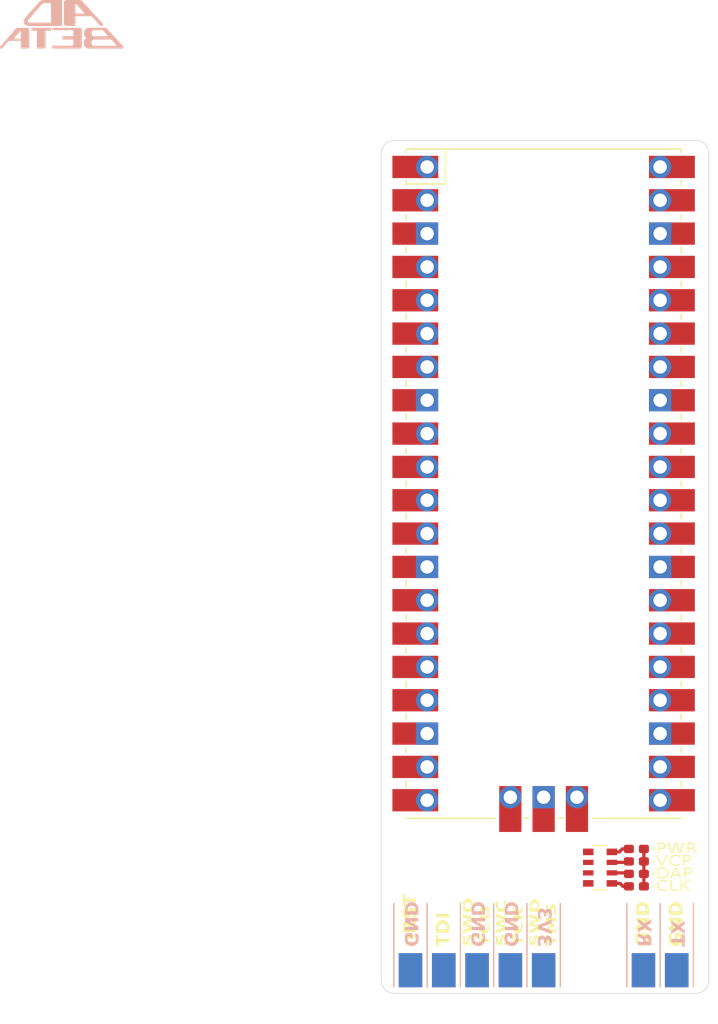
<source format=kicad_pcb>
(kicad_pcb (version 20240108) (generator "pcbnew") (generator_version "8.0")
  (title_block (title "Pico-DAP-Fullsize") (date "2024-11-23") (rev "MkI") (company "ADBeta") (comment 1 "Pico-DAP compatable circuit for the Official Pi Pico"))
  (layers (0 "F.Cu" signal) (31 "B.Cu" signal) (34 "B.Paste" user) (35 "F.Paste" user) (36 "B.SilkS" user "B.Silkscreen") (37 "F.SilkS" user "F.Silkscreen") (38 "B.Mask" user) (39 "F.Mask" user) (44 "Edge.Cuts" user))
  (net 0 "")
  (net 1 "Net-(D1-A)")
  (net 2 "GND")
  (net 3 "Net-(D2-A)")
  (net 4 "Net-(D3-A)")
  (net 5 "Net-(D4-A)")
  (net 6 "/3V3")
  (net 7 "/SWC{slash}TCK")
  (net 8 "/nRESET")
  (net 9 "/SWO{slash}TDO")
  (net 10 "/SWD{slash}TMS")
  (net 11 "/TDI")
  (net 13 "/TX")
  (net 14 "/RX")
  (net 15 "/5V")
  (net 16 "/DAP_STAT")
  (net 17 "/VCP_STAT")
  (footprint "LED_SMD:LED_0402_1005Metric_Pad0.77x0.64mm_HandSolder" (layer "F.Cu") (at 134.9695 125.342 180)
    (property "Reference" "D4" (hide yes))
    (property "Value" "SWCLK" (hide yes))
  )
  (footprint "Footprints:Conn_2x2_Dual_Side" (layer "F.Cu") (at 135.51 131.734 90)
    (property "Reference" "J2" (hide yes))
    (property "Value" "CONN_UART")
  )
  (footprint "LED_SMD:LED_0402_1005Metric_Pad0.77x0.64mm_HandSolder" (layer "F.Cu") (at 134.969501 122.492 180)
    (property "Reference" "D1" (hide yes))
    (property "Value" "PWR" (hide yes))
  )
  (footprint "LED_SMD:LED_0402_1005Metric_Pad0.77x0.64mm_HandSolder" (layer "F.Cu") (at 134.969501 123.442001 180)
    (property "Reference" "D2" (hide yes))
    (property "Value" "VCP_STATUS" (hide yes))
  )
  (footprint "Footprints:RPi_Pico_SMD_TH" (layer "F.Cu") (at 127.89 94.65)
    (property "Reference" "U1" (hide yes))
    (property "Value" "Pico")
  )
  (footprint "Resistor_SMD:R_Array_Convex_4x0603" (layer "F.Cu") (at 132.197 123.917)
    (property "Reference" "RN1" (hide yes))
    (property "Value" "3K3")
  )
  (footprint "LED_SMD:LED_0402_1005Metric_Pad0.77x0.64mm_HandSolder" (layer "F.Cu") (at 134.969502 124.392 180)
    (property "Reference" "D3" (hide yes))
    (property "Value" "DAP_STATUS" (hide yes))
  )
  (footprint "Footprints:Conn_2x5_Dual_Side" (layer "B.Cu") (at 127.89 131.734 90)
    (property "Reference" "J1" (hide yes))
    (property "Value" "CONN_PROG")
  )
  (gr_line (start 136.78 133.004) (end 136.78 126.654) (stroke (width 0.1)) (layer "B.SilkS"))
  (gr_line (start 139.32 133) (end 139.32 126.654) (stroke (width 0.1)) (layer "B.SilkS"))
  (gr_line (start 116.46 133) (end 116.46 126.654) (stroke (width 0.1)) (layer "B.SilkS"))
  (gr_line (start 134.24 133.004) (end 134.24 126.654) (stroke (width 0.1)) (layer "B.SilkS"))
  (gr_line (start 119 133.004) (end 119 126.654) (stroke (width 0.1)) (layer "B.SilkS"))
  (gr_line (start 126.62 133.004) (end 126.62 126.654) (stroke (width 0.1)) (layer "B.SilkS"))
  (gr_poly (pts (xy 89.835479 57.798343) (xy 89.776337 57.799323) (xy 89.749212 57.800527) (xy 89.723611 57.802211) (xy 89.699457 57.804376) (xy 89.67667 57.807027) (xy 89.655172 57.810165) (xy 89.634883 57.813794) (xy 89.615724 57.817915) (xy 89.597617 57.822532) (xy 89.580483 57.827646) (xy 89.564243 57.833262) (xy 89.548818 57.83938) (xy 89.534128 57.846005) (xy 89.520096 57.853138) (xy 89.506642 57.860783) (xy 89.493688 57.868941) (xy 89.481154 57.877615) (xy 89.468961 57.886809) (xy 89.457032 57.896525) (xy 89.433644 57.917531) (xy 89.410361 57.940656) (xy 89.38655 57.965921) (xy 89.36158 57.993346) (xy 89.30564 58.054762) (xy 88.372053 59.097127) (xy 88.33794 59.138846) (xy 88.308276 59.17927) (xy 88.282881 59.218399) (xy 88.261576 59.256229) (xy 88.244178 59.29276) (xy 88.230508 59.327988) (xy 88.220385 59.361912) (xy 88.213629 59.39453) (xy 88.210058 59.425839) (xy 88.209492 59.455839) (xy 88.211751 59.484526) (xy 88.216653 59.511899) (xy 88.224019 59.537956) (xy 88.233668 59.562695) (xy 88.245418 59.586114) (xy 88.25909 59.60821) (xy 88.274503 59.628982) (xy 88.291476 59.648428) (xy 88.309829 59.666545) (xy 88.329381 59.683333) (xy 88.349951 59.698788) (xy 88.371359 59.712909) (xy 88.393424 59.725693) (xy 88.415965 59.737139) (xy 88.438803 59.747245) (xy 88.461756 59.756009) (xy 88.484644 59.763428) (xy 88.507285 59.769501) (xy 88.529501 59.774226) (xy 88.551109 59.7776) (xy 88.571929 59.779622) (xy 88.591782 59.780289) (xy 89.428113 59.784113) (xy 91.030392 59.779979) (xy 91.039234 59.779769) (xy 91.04766 59.779219) (xy 91.055677 59.778335) (xy 91.063297 59.777119) (xy 91.070528 59.775576) (xy 91.077381 59.77371) (xy 91.083865 59.771524) (xy 91.08999 59.769023) (xy 91.095765 59.76621) (xy 91.101201 59.76309) (xy 91.106308 59.759665) (xy 91.111093 59.755941) (xy 91.115569 59.751922) (xy 91.119743 59.74761) (xy 91.123627 59.74301) (xy 91.127229 59.738126) (xy 91.130559 59.732961) (xy 91.133628 59.727521) (xy 91.136444 59.721808) (xy 91.139018 59.715826) (xy 91.143476 59.703074) (xy 91.147081 59.689294) (xy 91.14991 59.67452) (xy 91.152041 59.658781) (xy 91.153551 59.642109) (xy 91.154519 59.624537) (xy 91.154124 59.509505) (xy 90.302323 59.509505) (xy 88.654001 59.515703) (xy 88.644879 59.515114) (xy 88.636033 59.513973) (xy 88.627477 59.5123) (xy 88.619223 59.510114) (xy 88.611287 59.507437) (xy 88.60368 59.504287) (xy 88.596416 59.500686) (xy 88.589509 59.496653) (xy 88.582973 59.492208) (xy 88.576821 59.487371) (xy 88.571065 59.482162) (xy 88.565721 59.476603) (xy 88.560801 59.470711) (xy 88.556318 59.464508) (xy 88.552287 59.458014) (xy 88.54872 59.451249) (xy 88.545632 59.444232) (xy 88.543035 59.436984) (xy 88.540943 59.429525) (xy 88.53937 59.421875) (xy 88.538329 59.414055) (xy 88.537833 59.406083) (xy 88.537896 59.39798) (xy 88.538532 59.389767) (xy 88.539753 59.381463) (xy 88.541574 59.373089) (xy 88.544008 59.364664) (xy 88.547068 59.356209) (xy 88.550768 59.347743) (xy 88.555121 59.339287) (xy 88.560141 59.330861) (xy 88.565841 59.322485) (xy 89.54697 58.192166) (xy 89.570759 58.166205) (xy 89.594425 58.143267) (xy 89.618109 58.123167) (xy 89.641955 58.105721) (xy 89.666105 58.090742) (xy 89.690704 58.078046) (xy 89.715893 58.067446) (xy 89.741817 58.058759) (xy 89.768617 58.051798) (xy 89.796437 58.046378) (xy 89.825419 58.042314) (xy 89.855708 58.03942) (xy 89.887446 58.037512) (xy 89.920775 58.036404) (xy 89.992782 58.035845) (xy 90.297 58.039) (xy 90.302323 59.509505) (xy 91.154124 59.509505) (xy 91.14837 57.833897) (xy 91.148415 57.818118) (xy 91.148314 57.814866) (xy 91.148223 57.813345) (xy 91.148099 57.811893) (xy 91.147938 57.810512) (xy 91.147735 57.8092) (xy 91.147485 57.807958) (xy 91.147186 57.806787) (xy 91.146832 57.805686) (xy 91.146419 57.804655) (xy 91.145942 57.803695) (xy 91.145397 57.802806) (xy 91.144781 57.801987) (xy 91.144087 57.801239) (xy 91.143313 57.800561) (xy 91.142454 57.799955) (xy 91.141505 57.79942) (xy 91.140462 57.798956) (xy 91.139321 57.798563) (xy 91.138077 57.798242) (xy 91.136726 57.797992) (xy 91.135264 57.797813) (xy 91.133686 57.797707) (xy 91.131988 57.797672)) (stroke (width -0.000001)) (fill solid) (layer "B.SilkS"))
  (gr_line (start 129.16 133.004) (end 129.16 126.654) (stroke (width 0.1)) (layer "B.SilkS"))
  (gr_poly (pts (xy 90.418954 59.916179) (xy 90.417735 59.916275) (xy 90.416541 59.916435) (xy 90.415372 59.916657) (xy 90.41423 59.91694) (xy 90.413116 59.917285) (xy 90.412031 59.91769) (xy 90.410976 59.918153) (xy 90.409951 59.918675) (xy 90.408959 59.919255) (xy 90.407999 59.919892) (xy 90.407074 59.920584) (xy 90.406184 59.921331) (xy 90.40533 59.922133) (xy 90.404512 59.922989) (xy 90.403733 59.923897) (xy 90.402994 59.924857) (xy 90.402294 59.925868) (xy 90.401636 59.926929) (xy 90.40102 59.92804) (xy 90.400447 59.929199) (xy 90.399919 59.930406) (xy 90.399436 59.931661) (xy 90.399 59.932961) (xy 90.398611 59.934307) (xy 90.398271 59.935697) (xy 90.397739 59.938608) (xy 90.397415 59.941688) (xy 90.397304 59.94493) (xy 90.397304 60.079961) (xy 90.397332 60.081394) (xy 90.397415 60.082788) (xy 90.397551 60.084142) (xy 90.397739 60.085456) (xy 90.39798 60.086729) (xy 90.398271 60.087962) (xy 90.398611 60.089153) (xy 90.399 60.090302) (xy 90.399436 60.091409) (xy 90.399919 60.092473) (xy 90.400447 60.093494) (xy 90.40102 60.094472) (xy 90.401636 60.095407) (xy 90.402294 60.096297) (xy 90.402994 60.097142) (xy 90.403733 60.097942) (xy 90.404512 60.098697) (xy 90.405329 60.099406) (xy 90.406184 60.100069) (xy 90.407074 60.100685) (xy 90.407999 60.101255) (xy 90.408959 60.101777) (xy 90.409951 60.102251) (xy 90.410976 60.102677) (xy 90.412031 60.103054) (xy 90.413116 60.103382) (xy 90.41423 60.103661) (xy 90.415372 60.10389) (xy 90.416541 60.104069) (xy 90.417735 60.104197) (xy 90.418954 60.104275) (xy 90.420197 60.1043) (xy 91.97235 60.1043) (xy 91.974812 60.104405) (xy 91.977175 60.10472) (xy 91.978317 60.104958) (xy 91.979431 60.105249) (xy 91.980516 60.105595) (xy 91.981572 60.105996) (xy 91.982596 60.106452) (xy 91.983589 60.106963) (xy 91.984548 60.107531) (xy 91.985473 60.108154) (xy 91.986364 60.108835) (xy 91.987218 60.109572) (xy 91.988035 60.110368) (xy 91.988814 60.111221) (xy 91.989554 60.112132) (xy 91.990253 60.113103) (xy 91.990911 60.114132) (xy 91.991527 60.115221) (xy 91.9921 60.11637) (xy 91.992628 60.11758) (xy 91.993111 60.11885) (xy 91.993548 60.120181) (xy 91.993936 60.121574) (xy 91.994277 60.123029) (xy 91.994568 60.124547) (xy 91.994808 60.126127) (xy 91.994997 60.12777) (xy 91.995133 60.129477) (xy 91.995243 60.133084) (xy 91.995243 60.529338) (xy 91.995215 60.530778) (xy 91.995133 60.53219) (xy 91.994997 60.533575) (xy 91.994808 60.534929) (xy 91.994568 60.536253) (xy 91.994277 60.537544) (xy 91.993937 60.538803) (xy 91.993548 60.540026) (xy 91.993111 60.541215) (xy 91.992628 60.542366) (xy 91.9921 60.543479) (xy 91.991528 60.544553) (xy 91.990912 60.545586) (xy 91.990253 60.546578) (xy 91.989554 60.547526) (xy 91.988814 60.548431) (xy 91.988035 60.54929) (xy 91.987218 60.550102) (xy 91.986364 60.550866) (xy 91.985474 60.551582) (xy 91.984548 60.552247) (xy 91.983589 60.552861) (xy 91.982596 60.553422) (xy 91.981572 60.553929) (xy 91.980517 60.554381) (xy 91.979431 60.554777) (xy 91.978317 60.555115) (xy 91.977175 60.555394) (xy 91.976007 60.555614) (xy 91.974812 60.555772) (xy 91.973593 60.555868) (xy 91.97235 60.5559) (xy 91.186713 60.5559) (xy 91.18463 60.55598) (xy 91.18268 60.556224) (xy 91.180865 60.556644) (xy 91.180008 60.556923) (xy 91.179185 60.557249) (xy 91.178395 60.557623) (xy 91.177639 60.558048) (xy 91.176916 60.558523) (xy 91.176227 60.559051) (xy 91.175572 60.559632) (xy 91.17495 60.560268) (xy 91.174362 60.56096) (xy 91.173807 60.56171) (xy 91.173286 60.562517) (xy 91.172799 60.563384) (xy 91.172345 60.564312) (xy 91.171925 60.565302) (xy 91.171186 60.567473) (xy 91.170581 60.569906) (xy 91.17011 60.572612) (xy 91.169774 60.5756) (xy 91.169572 60.57888) (xy 91.169505 60.582462) (xy 91.169505 60.790563) (xy 91.169522 60.791996) (xy 91.169572 60.79339) (xy 91.169656 60.794744) (xy 91.169774 60.796058) (xy 91.169925 60.797331) (xy 91.17011 60.798564) (xy 91.170329 60.799755) (xy 91.170581 60.800904) (xy 91.170867 60.802011) (xy 91.171186 60.803075) (xy 91.171539 60.804096) (xy 91.171926 60.805074) (xy 91.172346 60.806008) (xy 91.1728 60.806898) (xy 91.173287 60.807744) (xy 91.173808 60.808544) (xy 91.174363 60.809299) (xy 91.174951 60.810008) (xy 91.175573 60.810671) (xy 91.176228 60.811287) (xy 91.176917 60.811857) (xy 91.17764 60.812379) (xy 91.178396 60.812853) (xy 91.179186 60.813279) (xy 91.180009 60.813656) (xy 91.180866 60.813984) (xy 91.181757 60.814263) (xy 91.182681 60.814492) (xy 91.183639 60.814671) (xy 91.18463 60.8148) (xy 91.185655 60.814877) (xy 91.186713 60.814903) (xy 91.97235 60.814903) (xy 91.973593 60.814935) (xy 91.974812 60.815031) (xy 91.976007 60.815188) (xy 91.977175 60.815406) (xy 91.978317 60.815682) (xy 91.979431 60.816015) (xy 91.980516 60.816404) (xy 91.981572 60.816846) (xy 91.982596 60.81734) (xy 91.983589 60.817884) (xy 91.984548 60.818478) (xy 91.985473 60.819118) (xy 91.986364 60.819804) (xy 91.987218 60.820533) (xy 91.988035 60.821305) (xy 91.988814 60.822117) (xy 91.989554 60.822968) (xy 91.990253 60.823857) (xy 91.990911 60.824781) (xy 91.991527 60.825739) (xy 91.9921 60.82673) (xy 91.992628 60.827751) (xy 91.993111 60.828801) (xy 91.993548 60.829879) (xy 91.993936 60.830983) (xy 91.994277 60.832111) (xy 91.994568 60.833261) (xy 91.994808 60.834432) (xy 91.994997 60.835623) (xy 91.995133 60.836831) (xy 91.995215 60.838055) (xy 91.995243 60.839294) (xy 91.995243 61.124858) (xy 91.99468 61.14372) (xy 91.993973 61.152667) (xy 91.992979 61.161294) (xy 91.991696 61.169602) (xy 91.99012 61.177592) (xy 91.98825 61.185264) (xy 91.986083 61.192621) (xy 91.983617 61.199663) (xy 91.980848 61.206392) (xy 91.977776 61.212809) (xy 91.974396 61.218914) (xy 91.970707 61.224711) (xy 91.966706 61.230198) (xy 91.962391 61.235379) (xy 91.95776 61.240253) (xy 91.952809 61.244823) (xy 91.947536 61.249089) (xy 91.941939 61.253053) (xy 91.936016 61.256715) (xy 91.929764 61.260077) (xy 91.92318 61.263141) (xy 91.916262 61.265907) (xy 91.909007 61.268377) (xy 91.901414 61.270552) (xy 91.893479 61.272433) (xy 91.8852 61.274021) (xy 91.876575 61.275317) (xy 91.8676 61.276324) (xy 91.858275 61.277041) (xy 91.83856 61.277614) (xy 90.420197 61.277614) (xy 90.418954 61.277646) (xy 90.417735 61.277742) (xy 90.416541 61.2779) (xy 90.415372 61.278119) (xy 90.41423 61.278399) (xy 90.413116 61.278737) (xy 90.412031 61.279133) (xy 90.410976 61.279585) (xy 90.409951 61.280092) (xy 90.408959 61.280653) (xy 90.407999 61.281267) (xy 90.407074 61.281932) (xy 90.406184 61.282647) (xy 90.40533 61.283412) (xy 90.404512 61.284224) (xy 90.403733 61.285083) (xy 90.402994 61.285987) (xy 90.402294 61.286936) (xy 90.401636 61.287928) (xy 90.40102 61.288961) (xy 90.400447 61.290035) (xy 90.399919 61.291148) (xy 90.399436 61.292299) (xy 90.399 61.293487) (xy 90.398611 61.294711) (xy 90.398271 61.295969) (xy 90.39798 61.297261) (xy 90.397739 61.298585) (xy 90.397551 61.299939) (xy 90.397415 61.301323) (xy 90.397332 61.302736) (xy 90.397304 61.304175) (xy 90.397304 61.474604) (xy 90.397332 61.475843) (xy 90.397415 61.477067) (xy 90.397551 61.478275) (xy 90.397739 61.479465) (xy 90.39798 61.480637) (xy 90.398271 61.481787) (xy 90.398611 61.482915) (xy 90.399 61.484018) (xy 90.399436 61.485096) (xy 90.399919 61.486147) (xy 90.400447 61.487168) (xy 90.40102 61.488158) (xy 90.401636 61.489116) (xy 90.402294 61.490041) (xy 90.402994 61.490929) (xy 90.403733 61.49178) (xy 90.404512 61.492593) (xy 90.405329 61.493364) (xy 90.406184 61.494094) (xy 90.407074 61.49478) (xy 90.407999 61.49542) (xy 90.408959 61.496013) (xy 90.409951 61.496558) (xy 90.410976 61.497052) (xy 90.412031 61.497494) (xy 90.413116 61.497883) (xy 90.41423 61.498216) (xy 90.415372 61.498492) (xy 90.416541 61.49871) (xy 90.417735 61.498867) (xy 90.418954 61.498963) (xy 90.420197 61.498995) (xy 92.517123 61.498995) (xy 92.525417 61.498815) (xy 92.533453 61.498279) (xy 92.54123 61.497395) (xy 92.548748 61.496171) (xy 92.556008 61.494614) (xy 92.563008 61.492733) (xy 92.569748 61.490534) (xy 92.576228 61.488026) (xy 92.582448 61.485217) (xy 92.588407 61.482113) (xy 92.594104 61.478724) (xy 92.599541 61.475056) (xy 92.604715 61.471117) (xy 92.609628 61.466914) (xy 92.614277 61.462457) (xy 92.618664 61.457752) (xy 92.622788 61.452807) (xy 92.626648 61.447629) (xy 92.630245 61.442227) (xy 92.633577 61.436608) (xy 92.636644 61.430781) (xy 92.639447 61.424751) (xy 92.641984 61.418528) (xy 92.644256 61.412119) (xy 92.646261 61.405532) (xy 92.648001 61.398774) (xy 92.649474 61.391853) (xy 92.650679 61.384777) (xy 92.652288 61.370191) (xy 92.652825 61.355076) (xy 92.652825 60.062236) (xy 92.65231 60.048921) (xy 92.650758 60.03562) (xy 92.648165 60.022448) (xy 92.646476 60.015948) (xy 92.644525 60.009523) (xy 92.64231 60.00319) (xy 92.639832 59.996962) (xy 92.637089 59.990854) (xy 92.634081 59.984881) (xy 92.630807 59.979057) (xy 92.627266 59.973397) (xy 92.623458 59.967915) (xy 92.619381 59.962626) (xy 92.615036 59.957544) (xy 92.610421 59.952685) (xy 92.605537 59.948063) (xy 92.600381 59.943691) (xy 92.594953 59.939586) (xy 92.589254 59.935761) (xy 92.583281 59.932231) (xy 92.577034 59.929011) (xy 92.570514 59.926115) (xy 92.563717 59.923558) (xy 92.556646 59.921354) (xy 92.549297 59.919518) (xy 92.541671 59.918065) (xy 92.533768 59.917009) (xy 92.525585 59.916364) (xy 92.517123 59.916146) (xy 90.420197 59.916146)) (stroke (width -0.000001)) (fill solid) (layer "B.SilkS"))
  (gr_poly (pts (xy 87.767026 59.916147) (xy 87.751694 59.916435) (xy 87.737192 59.91731) (xy 87.723452 59.918789) (xy 87.710407 59.920887) (xy 87.69799 59.92362) (xy 87.686133 59.927006) (xy 87.67477 59.931059) (xy 87.663832 59.935797) (xy 87.653252 59.941235) (xy 87.642964 59.94739) (xy 87.632899 59.954278) (xy 87.622991 59.961915) (xy 87.613172 59.970317) (xy 87.603374 59.9795) (xy 87.593531 59.989481) (xy 87.583575 60.000276) (xy 86.434755 61.332959) (xy 86.431304 61.337917) (xy 86.428116 61.342835) (xy 86.425185 61.347727) (xy 86.422507 61.352606) (xy 86.420075 61.357485) (xy 86.417884 61.362378) (xy 86.415928 61.367296) (xy 86.414202 61.372253) (xy 86.4127 61.377262) (xy 86.411416 61.382335) (xy 86.410345 61.387487) (xy 86.409481 61.392729) (xy 86.408819 61.398076) (xy 86.408353 61.403539) (xy 86.408078 61.409131) (xy 86.407987 61.414867) (xy 86.408126 61.42141) (xy 86.408535 61.427759) (xy 86.409207 61.433911) (xy 86.410131 61.439866) (xy 86.411299 61.445623) (xy 86.412702 61.451182) (xy 86.41433 61.456541) (xy 86.416175 61.4617) (xy 86.418227 61.466658) (xy 86.420477 61.471414) (xy 86.422916 61.475967) (xy 86.425535 61.480317) (xy 86.428325 61.484463) (xy 86.431277 61.488403) (xy 86.434381 61.492138) (xy 86.437629 61.495666) (xy 86.441011 61.498986) (xy 86.444518 61.502098) (xy 86.448142 61.505001) (xy 86.451873 61.507693) (xy 86.455701 61.510176) (xy 86.459619 61.512446) (xy 86.463616 61.514504) (xy 86.467684 61.516349) (xy 86.471813 61.51798) (xy 86.475995 61.519396) (xy 86.48022 61.520596) (xy 86.484479 61.52158) (xy 86.488764 61.522347) (xy 86.493064 61.522895) (xy 86.497371 61.523225) (xy 86.501676 61.523335) (xy 86.506628 61.52323) (xy 86.511452 61.522911) (xy 86.516159 61.522371) (xy 86.520756 61.521604) (xy 86.525252 61.520603) (xy 86.529655 61.519362) (xy 86.533974 61.517875) (xy 86.538217 61.516134) (xy 86.542393 61.514134) (xy 86.54651 61.511869) (xy 86.550577 61.50933) (xy 86.554603 61.506514) (xy 86.558595 61.503412) (xy 86.562563 61.500018) (xy 86.566514 61.496326) (xy 86.570458 61.49233) (xy 87.055958 60.925594) (xy 87.057795 60.923546) (xy 87.059713 60.921561) (xy 87.061705 60.919647) (xy 87.063763 60.917815) (xy 87.065878 60.916075) (xy 87.06804 60.914434) (xy 87.070242 60.912905) (xy 87.072475 60.911495) (xy 87.074731 60.910215) (xy 87.077 60.909075) (xy 87.079275 60.908083) (xy 87.081546 60.907251) (xy 87.083805 60.906586) (xy 87.086044 60.906099) (xy 87.088254 60.9058) (xy 87.089346 60.905724) (xy 87.090427 60.905699) (xy 87.971561 60.905699) (xy 87.972794 60.905724) (xy 87.973983 60.905802) (xy 87.975127 60.90593) (xy 87.976227 60.906109) (xy 87.977284 60.906338) (xy 87.978298 60.906617) (xy 87.979269 60.906945) (xy 87.980198 60.907322) (xy 87.981085 60.907748) (xy 87.981929 60.908222) (xy 87.982733 60.908744) (xy 87.983495 60.909314) (xy 87.984217 60.90993) (xy 87.984899 60.910593) (xy 87.985541 60.911302) (xy 87.986143 60.912057) (xy 87.986706 60.912857) (xy 87.98723 60.913703) (xy 87.987715 60.914593) (xy 87.988162 60.915527) (xy 87.988572 60.916505) (xy 87.988944 60.917526) (xy 87.989577 60.919697) (xy 87.990064 60.922037) (xy 87.990409 60.924543) (xy 87.990614 60.927211) (xy 87.990681 60.930038) (xy 87.990681 61.474604) (xy 87.990771 61.477067) (xy 87.990883 61.478275) (xy 87.99104 61.479465) (xy 87.991242 61.480637) (xy 87.991488 61.481787) (xy 87.99178 61.482915) (xy 87.992116 61.484018) (xy 87.992497 61.485096) (xy 87.992923 61.486147) (xy 87.993394 61.487168) (xy 87.993909 61.488158) (xy 87.99447 61.489116) (xy 87.995075 61.490041) (xy 87.995725 61.490929) (xy 87.996419 61.49178) (xy 87.997159 61.492593) (xy 87.997943 61.493364) (xy 87.998772 61.494094) (xy 87.999646 61.49478) (xy 88.000565 61.49542) (xy 88.001528 61.496013) (xy 88.002536 61.496558) (xy 88.003589 61.497052) (xy 88.004687 61.497494) (xy 88.00583 61.497883) (xy 88.007017 61.498216) (xy 88.008249 61.498492) (xy 88.009526 61.49871) (xy 88.010848 61.498867) (xy 88.012214 61.498963) (xy 88.013625 61.498995) (xy 88.52977 61.498995) (xy 88.53668 61.498784) (xy 88.543429 61.498157) (xy 88.550013 61.497131) (xy 88.556429 61.495717) (xy 88.562673 61.49393) (xy 88.56874 61.491784) (xy 88.574628 61.489293) (xy 88.580332 61.48647) (xy 88.585848 61.483329) (xy 88.591173 61.479884) (xy 88.596302 61.476149) (xy 88.601232 61.472137) (xy 88.605959 61.467863) (xy 88.61048 61.463339) (xy 88.614789 61.458581) (xy 88.618884 61.453601) (xy 88.622761 61.448414) (xy 88.626415 61.443033) (xy 88.633042 61.431744) (xy 88.638733 61.419846) (xy 88.643459 61.407449) (xy 88.647188 61.394664) (xy 88.64989 61.381599) (xy 88.651533 61.368367) (xy 88.652088 61.355076) (xy 88.652088 60.188429) (xy 87.990681 60.188429) (xy 87.990681 60.710878) (xy 87.990614 60.71446) (xy 87.990528 60.716138) (xy 87.990409 60.717741) (xy 87.990254 60.719271) (xy 87.990063 60.720729) (xy 87.989837 60.722117) (xy 87.989575 60.723435) (xy 87.989277 60.724685) (xy 87.988942 60.725869) (xy 87.988569 60.726986) (xy 87.98816 60.72804) (xy 87.987712 60.729029) (xy 87.987226 60.729957) (xy 87.986702 60.730824) (xy 87.986139 60.731632) (xy 87.985536 60.732381) (xy 87.984895 60.733073) (xy 87.984213 60.733709) (xy 87.983491 60.73429) (xy 87.982728 60.734817) (xy 87.981925 60.735293) (xy 87.98108 60.735717) (xy 87.980193 60.736092) (xy 87.979265 60.736418) (xy 87.978294 60.736696) (xy 87.977281 60.736928) (xy 87.976224 60.737116) (xy 87.975125 60.737259) (xy 87.973981 60.73736) (xy 87.972793 60.73742) (xy 87.971561 60.73744) (xy 87.518617 60.73744) (xy 87.515481 60.737386) (xy 87.512526 60.73722) (xy 87.509755 60.736931) (xy 87.508439 60.736738) (xy 87.50717 60.73651) (xy 87.505949 60.736247) (xy 87.504775 60.735946) (xy 87.503649 60.735608) (xy 87.502572 60.73523) (xy 87.501544 60.734812) (xy 87.500565 60.734353) (xy 87.499636 60.73385) (xy 87.498757 60.733303) (xy 87.497928 60.732711) (xy 87.49715 60.732072) (xy 87.496423 60.731385) (xy 87.495748 60.730649) (xy 87.495124 60.729863) (xy 87.494553 60.729025) (xy 87.494034 60.728135) (xy 87.493569 60.72719) (xy 87.493156 60.726191) (xy 87.492798 60.725135) (xy 87.492494 60.724021) (xy 87.492244 60.722848) (xy 87.492049 60.721615) (xy 87.491909 60.720321) (xy 87.491825 60.718965) (xy 87.491797 60.717544) (xy 87.491842 60.715884) (xy 87.491976 60.714224) (xy 87.492201 60.712564) (xy 87.492515 60.710903) (xy 87.492919 60.709243) (xy 87.493412 60.707583) (xy 87.493995 60.705923) (xy 87.494668 60.704263) (xy 87.49543 60.702603) (xy 87.496282 60.700943) (xy 87.497223 60.699283) (xy 87.498253 60.697623) (xy 87.499373 60.695963) (xy 87.500583 60.694303) (xy 87.501881 60.692643) (xy 87.503269 60.690983) (xy 87.956316 60.166312) (xy 87.956686 60.165501) (xy 87.957076 60.164729) (xy 87.957488 60.163994) (xy 87.957918 60.163295) (xy 87.958367 60.162632) (xy 87.958833 60.162004) (xy 87.959315 60.16141) (xy 87.959812 60.160849) (xy 87.960323 60.160321) (xy 87.960847 60.159824) (xy 87.961383 60.159358) (xy 87.96193 60.158922) (xy 87.962487 60.158516) (xy 87.963052 60.158138) (xy 87.964205 60.157463) (xy 87.965381 60.156892) (xy 87.96657 60.156418) (xy 87.967765 60.156035) (xy 87.968956 60.155736) (xy 87.970137 60.155515) (xy 87.971297 60.155365) (xy 87.97243 60.15528) (xy 87.973525 60.155253) (xy 87.974584 60.155292) (xy 87.975609 60.155407) (xy 87.9766 60.155597) (xy 87.977557 60.155862) (xy 87.978481 60.156199) (xy 87.97937 60.156607) (xy 87.980226 60.157087) (xy 87.981047 60.157635) (xy 87.981835 60.158252) (xy 87.98259 60.158935) (xy 87.98331 60.159684) (xy 87.983997 60.160497) (xy 87.985269 60.162312) (xy 87.986407 60.16437) (xy 87.98741 60.166661) (xy 87.988279 60.169177) (xy 87.989014 60.171906) (xy 87.989615 60.17484) (xy 87.990082 60.177969) (xy 87.990415 60.181284) (xy 87.990615 60.184773) (xy 87.990681 60.188429) (xy 88.652088 60.188429) (xy 88.652088 60.060014) (xy 88.651937 60.051615) (xy 88.651487 60.04344) (xy 88.65074 60.035492) (xy 88.649701 60.027773) (xy 88.648371 60.020285) (xy 88.646755 60.013033) (xy 88.644854 60.006018) (xy 88.642674 59.999243) (xy 88.640216 59.992712) (xy 88.637484 59.986427) (xy 88.634481 59.980391) (xy 88.63121 59.974607) (xy 88.627674 59.969077) (xy 88.623877 59.963804) (xy 88.619822 59.958792) (xy 88.615511 59.954043) (xy 88.610948 59.94956) (xy 88.606137 59.945346) (xy 88.60108 59.941403) (xy 88.59578 59.937735) (xy 88.590241 59.934344) (xy 88.584466 59.931233) (xy 88.578458 59.928404) (xy 88.57222 59.925862) (xy 88.565756 59.923608) (xy 88.559067 59.921645) (xy 88.552159 59.919977) (xy 88.545033 59.918605) (xy 88.537693 59.917534) (xy 88.530143 59.916765) (xy 88.522385 59.916301) (xy 88.514422 59.916146)) (stroke (width -0.000001)) (fill solid) (layer "B.SilkS"))
  (gr_line (start 124.08 133.004) (end 124.08 126.654) (stroke (width 0.1)) (layer "B.SilkS"))
  (gr_line (start 121.54 133.004) (end 121.54 126.654) (stroke (width 0.1)) (layer "B.SilkS"))
  (gr_poly (pts (xy 91.470107 57.797775) (xy 91.459526 57.797969) (xy 91.449217 57.798549) (xy 91.439184 57.799511) (xy 91.429432 57.800853) (xy 91.419964 57.802569) (xy 91.410785 57.804657) (xy 91.4019 57.807113) (xy 91.393311 57.809934) (xy 91.385024 57.813115) (xy 91.377042 57.816654) (xy 91.36937 57.820547) (xy 91.362012 57.824791) (xy 91.354972 57.829381) (xy 91.348254 57.834315) (xy 91.341863 57.839588) (xy 91.335803 57.845197) (xy 91.330077 57.851139) (xy 91.324691 57.85741) (xy 91.319647 57.864006) (xy 91.314951 57.870925) (xy 91.310607 57.878162) (xy 91.306619 57.885713) (xy 91.30299 57.893576) (xy 91.299726 57.901747) (xy 91.29683 57.910221) (xy 91.294306 57.918997) (xy 91.29216 57.928069) (xy 91.290394 57.937436) (xy 91.289013 57.947092) (xy 91.288022 57.957034) (xy 91.287424 57.967259) (xy 91.287224 57.977764) (xy 91.287224 59.597613) (xy 91.287409 59.605925) (xy 91.287961 59.614236) (xy 91.288874 59.622528) (xy 91.290144 59.630785) (xy 91.291766 59.638988) (xy 91.293733 59.647122) (xy 91.296042 59.655168) (xy 91.298688 59.663109) (xy 91.301664 59.670929) (xy 91.304966 59.678609) (xy 91.308589 59.686134) (xy 91.312528 59.693485) (xy 91.316777 59.700645) (xy 91.321332 59.707597) (xy 91.326187 59.714324) (xy 91.331338 59.720809) (xy 91.336778 59.727034) (xy 91.342504 59.732983) (xy 91.34851 59.738637) (xy 91.354791 59.74398) (xy 91.361342 59.748995) (xy 91.368157 59.753664) (xy 91.375232 59.75797) (xy 91.382561 59.761896) (xy 91.39014 59.765424) (xy 91.397963 59.768538) (xy 91.406026 59.77122) (xy 91.414322 59.773453) (xy 91.422847 59.77522) (xy 91.431597 59.776503) (xy 91.440565 59.777286) (xy 91.449746 59.777551) (xy 92.135596 59.777551) (xy 92.137471 59.77751) (xy 92.139286 59.777391) (xy 92.141042 59.777195) (xy 92.142738 59.776924) (xy 92.144374 59.77658) (xy 92.145951 59.776165) (xy 92.147467 59.775682) (xy 92.148924 59.775131) (xy 92.150322 59.774516) (xy 92.15166 59.773837) (xy 92.152938 59.773098) (xy 92.154156 59.772301) (xy 92.155315 59.771446) (xy 92.156415 59.770537) (xy 92.157455 59.769575) (xy 92.158435 59.768562) (xy 92.159356 59.767501) (xy 92.160217 59.766393) (xy 92.161018 59.76524) (xy 92.161761 59.764045) (xy 92.162443 59.762809) (xy 92.163067 59.761534) (xy 92.163631 59.760223) (xy 92.164135 59.758878) (xy 92.16458 59.7575) (xy 92.164966 59.756091) (xy 92.165292 59.754654) (xy 92.165559 59.753191) (xy 92.165767 59.751703) (xy 92.165915 59.750193) (xy 92.166033 59.747113) (xy 92.166033 59.065966) (xy 92.166124 59.06243) (xy 92.166397 59.059091) (xy 92.166603 59.057498) (xy 92.166856 59.055955) (xy 92.167157 59.054464) (xy 92.167506 59.053025) (xy 92.167903 59.051639) (xy 92.168349 59.050306) (xy 92.168845 59.049027) (xy 92.16939 59.047801) (xy 92.169986 59.046631) (xy 92.170632 59.045516) (xy 92.171329 59.044456) (xy 92.172078 59.043453) (xy 92.17288 59.042507) (xy 92.173733 59.041618) (xy 92.17464 59.040786) (xy 92.1756 59.040013) (xy 92.176615 59.039299) (xy 92.177683 59.038645) (xy 92.178806 59.03805) (xy 92.179985 59.037515) (xy 92.181219 59.037042) (xy 92.18251 59.03663) (xy 92.183857 59.03628) (xy 92.185261 59.035992) (xy 92.186723 59.035768) (xy 92.188243 59.035607) (xy 92.189821 59.03551) (xy 92.191458 59.035477) (xy 93.362394 59.035477) (xy 93.36383 59.035509) (xy 93.36528 59.035605) (xy 93.368214 59.035982) (xy 93.371186 59.036594) (xy 93.374184 59.03743) (xy 93.377197 59.038478) (xy 93.380213 59.039724) (xy 93.383223 59.041157) (xy 93.386214 59.042765) (xy 93.389175 59.044535) (xy 93.392095 59.046455) (xy 93.394963 59.048513) (xy 93.397767 59.050696) (xy 93.400498 59.052992) (xy 93.403142 59.055389) (xy 93.405689 59.057875) (xy 93.408128 59.060437) (xy 94.053256 59.769282) (xy 94.058497 59.774281) (xy 94.06375 59.778897) (xy 94.069025 59.783141) (xy 94.074335 59.78702) (xy 94.079689 59.790541) (xy 94.085099 59.793713) (xy 94.090577 59.796545) (xy 94.096133 59.799044) (xy 94.101778 59.801219) (xy 94.107523 59.803077) (xy 94.11338 59.804628) (xy 94.119359 59.805878) (xy 94.125472 59.806836) (xy 94.13173 59.80751) (xy 94.138143 59.807909) (xy 94.144724 59.80804) (xy 94.150444 59.807902) (xy 94.156167 59.807489) (xy 94.161881 59.806802) (xy 94.167573 59.805843) (xy 94.173231 59.804611) (xy 94.178844 59.803109) (xy 94.184399 59.801337) (xy 94.189884 59.799296) (xy 94.195288 59.796988) (xy 94.200597 59.794412) (xy 94.2058 59.791571) (xy 94.210885 59.788465) (xy 94.21584 59.785096) (xy 94.220653 59.781464) (xy 94.225311 59.77757) (xy 94.229802 59.773416) (xy 94.234115 59.769002) (xy 94.238237 59.764329) (xy 94.242157 59.759399) (xy 94.245861 59.754213) (xy 94.249339 59.74877) (xy 94.252578 59.743074) (xy 94.255565 59.737124) (xy 94.25829 59.730921) (xy 94.260739 59.724468) (xy 94.262901 59.717763) (xy 94.264763 59.71081) (xy 94.266314 59.703608) (xy 94.267541 59.696159) (xy 94.268433 59.688463) (xy 94.268977 59.680522) (xy 94.269161 59.672337) (xy 94.26904 59.665164) (xy 94.268675 59.658169) (xy 94.268056 59.651338) (xy 94.267177 59.644652) (xy 94.266031 59.638097) (xy 94.264609 59.631656) (xy 94.262904 59.625312) (xy 94.260909 59.619049) (xy 94.258616 59.612851) (xy 94.256019 59.606702) (xy 94.253108 59.600585) (xy 94.249878 59.594485) (xy 94.24632 59.588383) (xy 94.242427 59.582265) (xy 94.238192 59.576115) (xy 94.233607 59.569915) (xy 93.528671 58.800139) (xy 92.82899 58.800139) (xy 92.828953 58.801916) (xy 92.828842 58.803613) (xy 92.828658 58.805232) (xy 92.8284 58.806774) (xy 92.82807 58.808242) (xy 92.827668 58.809635) (xy 92.827195 58.810957) (xy 92.82665 58.812208) (xy 92.826035 58.81339) (xy 92.825349 58.814505) (xy 92.824593 58.815554) (xy 92.823769 58.816538) (xy 92.822875 58.817459) (xy 92.821913 58.818319) (xy 92.820884 58.81912) (xy 92.819786 58.819862) (xy 92.818622 58.820547) (xy 92.817391 58.821177) (xy 92.816095 58.821753) (xy 92.814732 58.822277) (xy 92.811813 58.823174) (xy 92.808636 58.823881) (xy 92.805207 58.82441) (xy 92.801528 58.824772) (xy 92.797604 58.824981) (xy 92.793437 58.825047) (xy 92.191458 58.825047) (xy 92.188243 58.824948) (xy 92.185261 58.824642) (xy 92.18251 58.824116) (xy 92.181219 58.823768) (xy 92.179985 58.82336) (xy 92.178806 58.822891) (xy 92.177683 58.82236) (xy 92.176615 58.821765) (xy 92.1756 58.821105) (xy 92.17464 58.820377) (xy 92.173733 58.819581) (xy 92.17288 58.818716) (xy 92.172078 58.817778) (xy 92.171329 58.816768) (xy 92.170632 58.815683) (xy 92.169986 58.814523) (xy 92.16939 58.813284) (xy 92.168845 58.811967) (xy 92.168349 58.810569) (xy 92.167903 58.809088) (xy 92.167506 58.807524) (xy 92.166856 58.80414) (xy 92.166397 58.800402) (xy 92.166124 58.796299) (xy 92.166033 58.791819) (xy 92.166033 58.138371) (xy 92.166056 58.136059) (xy 92.166123 58.133798) (xy 92.166235 58.131588) (xy 92.166392 58.129431) (xy 92.166594 58.127329) (xy 92.16684 58.125283) (xy 92.167131 58.123295) (xy 92.167467 58.121366) (xy 92.167848 58.119498) (xy 92.168273 58.117692) (xy 92.168744 58.11595) (xy 92.169259 58.114274) (xy 92.169818 58.112664) (xy 92.170422 58.111123) (xy 92.171071 58.109652) (xy 92.171765 58.108252) (xy 92.172503 58.106925) (xy 92.173286 58.105673) (xy 92.174113 58.104497) (xy 92.174986 58.103398) (xy 92.175902 58.102379) (xy 92.176864 58.10144) (xy 92.177869 58.100583) (xy 92.17892 58.099811) (xy 92.180015 58.099123) (xy 92.181154 58.098522) (xy 92.182338 58.098009) (xy 92.183567 58.097586) (xy 92.18484 58.097255) (xy 92.186158 58.097016) (xy 92.18752 58.096872) (xy 92.188926 58.096823) (xy 92.190383 58.096857) (xy 92.191887 58.096964) (xy 92.193428 58.097152) (xy 92.194995 58.09743) (xy 92.196577 58.097804) (xy 92.198162 58.098285) (xy 92.19974 58.098879) (xy 92.200523 58.099221) (xy 92.201299 58.099594) (xy 92.202068 58.1) (xy 92.202828 58.10044) (xy 92.203578 58.100914) (xy 92.204317 58.101423) (xy 92.205042 58.101969) (xy 92.205753 58.102552) (xy 92.206449 58.103174) (xy 92.207127 58.103836) (xy 92.207786 58.104538) (xy 92.208426 58.105281) (xy 92.209044 58.106068) (xy 92.20964 58.106897) (xy 92.210211 58.107772) (xy 92.210757 58.108692) (xy 92.211276 58.109658) (xy 92.211767 58.110672) (xy 92.813746 58.766911) (xy 92.815591 58.768988) (xy 92.817318 58.771065) (xy 92.818925 58.773142) (xy 92.820414 58.775218) (xy 92.821783 58.777295) (xy 92.823034 58.779372) (xy 92.824166 58.781449) (xy 92.825178 58.783525) (xy 92.826071 58.785602) (xy 92.826846 58.787679) (xy 92.827501 58.789756) (xy 92.828037 58.791832) (xy 92.828454 58.793909) (xy 92.828752 58.795986) (xy 92.828931 58.798063) (xy 92.82899 58.800139) (xy 93.528671 58.800139) (xy 92.707086 57.902985) (xy 92.693855 57.889483) (xy 92.680772 57.876999) (xy 92.667749 57.865514) (xy 92.654695 57.855005) (xy 92.641522 57.845455) (xy 92.628141 57.836841) (xy 92.614462 57.829144) (xy 92.600395 57.822343) (xy 92.585853 57.816418) (xy 92.570745 57.811349) (xy 92.554982 57.807116) (xy 92.538476 57.803698) (xy 92.521136 57.801075) (xy 92.502873 57.799226) (xy 92.4836 57.798132) (xy 92.463225 57.797772)) (stroke (width -0.000001)) (fill solid) (layer "B.SilkS"))
  (gr_poly (pts (xy 93.208926 59.918499) (xy 93.181224 59.919066) (xy 93.154731 59.920753) (xy 93.129427 59.923531) (xy 93.105288 59.92737) (xy 93.082293 59.932243) (xy 93.060422 59.938119) (xy 93.039651 59.94497) (xy 93.019961 59.952767) (xy 93.001328 59.961482) (xy 92.983731 59.971084) (xy 92.967149 59.981546) (xy 92.95156 59.992838) (xy 92.936942 60.004931) (xy 92.923274 60.017797) (xy 92.910534 60.031406) (xy 92.898701 60.04573) (xy 92.887752 60.060739) (xy 92.877666 60.076405) (xy 92.868422 60.092699) (xy 92.859998 60.109591) (xy 92.852373 60.127053) (xy 92.845523 60.145056) (xy 92.834068 60.18257) (xy 92.82546 60.221899) (xy 92.819526 60.262813) (xy 92.816092 60.305081) (xy 92.814986 60.34847) (xy 92.815542 60.375584) (xy 92.817192 60.401485) (xy 92.819911 60.426202) (xy 92.823675 60.449763) (xy 92.828457 60.472199) (xy 92.834234 60.493538) (xy 92.840979 60.51381) (xy 92.848668 60.533044) (xy 92.857275 60.551269) (xy 92.866775 60.568514) (xy 92.877144 60.584809) (xy 92.888356 60.600183) (xy 92.900385 60.614665) (xy 92.913207 60.628284) (xy 92.926796 60.641069) (xy 92.941128 60.653051) (xy 92.943254 60.654807) (xy 92.945324 60.65675) (xy 92.947327 60.658862) (xy 92.949252 60.661123) (xy 92.951088 60.663513) (xy 92.952822 60.666013) (xy 92.954445 60.668603) (xy 92.955945 60.671265) (xy 92.95731 60.673978) (xy 92.958529 60.676724) (xy 92.959592 60.679483) (xy 92.960487 60.682235) (xy 92.961202 60.684961) (xy 92.961727 60.687642) (xy 92.96205 60.690258) (xy 92.96216 60.69279) (xy 92.962049 60.696076) (xy 92.961719 60.699314) (xy 92.961177 60.702506) (xy 92.960427 60.705657) (xy 92.959475 60.708769) (xy 92.958328 60.711846) (xy 92.95699 60.71489) (xy 92.955467 60.717906) (xy 92.953764 60.720895) (xy 92.951889 60.723862) (xy 92.949845 60.726809) (xy 92.947639 60.72974) (xy 92.945276 60.732658) (xy 92.942762 60.735567) (xy 92.940103 60.738468) (xy 92.937304 60.741366) (xy 92.920301 60.75523) (xy 92.904415 60.77033) (xy 92.889642 60.786658) (xy 92.875981 60.804209) (xy 92.863428 60.822976) (xy 92.85198 60.842952) (xy 92.841636 60.864131) (xy 92.832391 60.886506) (xy 92.824245 60.910071) (xy 92.817193 60.93482) (xy 92.811234 60.960746) (xy 92.806364 60.987842) (xy 92.802581 61.016102) (xy 92.799882 61.04552) (xy 92.798265 61.076089) (xy 92.797726 61.107803) (xy 92.798161 61.128546) (xy 92.799461 61.148957) (xy 92.801615 61.169016) (xy 92.804613 61.188699) (xy 92.808446 61.207987) (xy 92.813104 61.226857) (xy 92.818577 61.245288) (xy 92.824855 61.263259) (xy 92.831928 61.280748) (xy 92.839787 61.297734) (xy 92.848422 61.314195) (xy 92.857822 61.330111) (xy 92.867979 61.345459) (xy 92.878882 61.360218) (xy 92.890522 61.374366) (xy 92.902888 61.387883) (xy 92.915971 61.400747) (xy 92.929761 61.412936) (xy 92.944248 61.424429) (xy 92.959422 61.435205) (xy 92.975274 61.445242) (xy 92.991794 61.454518) (xy 93.008971 61.463013) (xy 93.026797 61.470705) (xy 93.04526 61.477571) (xy 93.064353 61.483592) (xy 93.084063 61.488746) (xy 93.104383 61.49301) (xy 93.125301 61.496365) (xy 93.146809 61.498787) (xy 93.168896 61.500256) (xy 93.191552 61.500751) (xy 95.748243 61.500391) (xy 95.755155 61.500068) (xy 95.761842 61.49912) (xy 95.768295 61.497576) (xy 95.774506 61.495468) (xy 95.780466 61.492826) (xy 95.786167 61.48968) (xy 95.791599 61.48606) (xy 95.796756 61.481998) (xy 95.801627 61.477523) (xy 95.806205 61.472666) (xy 95.810481 61.467457) (xy 95.814446 61.461927) (xy 95.818092 61.456106) (xy 95.82141 61.450024) (xy 95.824392 61.443712) (xy 95.82703 61.437201) (xy 95.829314 61.43052) (xy 95.831236 61.423701) (xy 95.832788 61.416773) (xy 95.833961 61.409767) (xy 95.834746 61.402714) (xy 95.835136 61.395643) (xy 95.835121 61.388586) (xy 95.834692 61.381573) (xy 95.833843 61.374633) (xy 95.832563 61.367798) (xy 95.830844 61.361098) (xy 95.828678 61.354563) (xy 95.826056 61.348224) (xy 95.82297 61.342111) (xy 95.819411 61.336255) (xy 95.815371 61.330685) (xy 95.735962 61.243845) (xy 95.280878 61.243845) (xy 95.280769 61.24624) (xy 95.280506 61.248615) (xy 95.280094 61.250962) (xy 95.279537 61.253271) (xy 95.278838 61.255535) (xy 95.278001 61.257746) (xy 95.277031 61.259896) (xy 95.27593 61.261976) (xy 95.274704 61.263979) (xy 95.273356 61.265897) (xy 95.27189 61.267722) (xy 95.27031 61.269445) (xy 95.26862 61.271058) (xy 95.266823 61.272554) (xy 95.264924 61.273925) (xy 95.262927 61.275161) (xy 95.260836 61.276256) (xy 95.258654 61.277201) (xy 95.256386 61.277988) (xy 95.254035 61.278609) (xy 95.251605 61.279055) (xy 95.249101 61.27932) (xy 93.583363 61.27999) (xy 93.571053 61.279723) (xy 93.559209 61.278893) (xy 93.547826 61.27751) (xy 93.536899 61.275583) (xy 93.526423 61.27312) (xy 93.516393 61.270131) (xy 93.506805 61.266625) (xy 93.497652 61.262611) (xy 93.488931 61.258097) (xy 93.480637 61.253093) (xy 93.472764 61.247608) (xy 93.465307 61.24165) (xy 93.458262 61.235229) (xy 93.451624 61.228354) (xy 93.445388 61.221034) (xy 93.439549 61.213277) (xy 93.434101 61.205093) (xy 93.429041 61.19649) (xy 93.424363 61.187478) (xy 93.420062 61.178066) (xy 93.412573 61.158076) (xy 93.406533 61.136593) (xy 93.401904 61.113688) (xy 93.398646 61.089433) (xy 93.396721 61.063901) (xy 93.396087 61.037163) (xy 93.396277 61.024878) (xy 93.396847 61.012863) (xy 93.397793 61.001125) (xy 93.399117 60.989673) (xy 93.400815 60.978513) (xy 93.402887 60.967654) (xy 93.405331 60.957103) (xy 93.408146 60.946869) (xy 93.41133 60.936959) (xy 93.414883 60.92738) (xy 93.418802 60.918142) (xy 93.423086 60.909251) (xy 93.427735 60.900715) (xy 93.432746 60.892542) (xy 93.438118 60.88474) (xy 93.44385 60.877317) (xy 93.44994 60.87028) (xy 93.456387 60.863638) (xy 93.46319 60.857397) (xy 93.470348 60.851566) (xy 93.477858 60.846153) (xy 93.485719 60.841166) (xy 93.493931 60.836611) (xy 93.502491 60.832498) (xy 93.511399 60.828833) (xy 93.520653 60.825625) (xy 93.530251 60.822881) (xy 93.540192 60.82061) (xy 93.550476 60.818818) (xy 93.561099 60.817514) (xy 93.572062 60.816706) (xy 93.583363 60.816401) (xy 93.583363 60.816403) (xy 94.220015 60.813205) (xy 94.85667 60.812114) (xy 94.860099 60.812129) (xy 94.863402 60.812197) (xy 94.866582 60.812316) (xy 94.869643 60.812485) (xy 94.872588 60.812704) (xy 94.87542 60.812971) (xy 94.878142 60.813285) (xy 94.880758 60.813645) (xy 94.883271 60.81405) (xy 94.885685 60.814499) (xy 94.888003 60.814992) (xy 94.890227 60.815526) (xy 94.892363 60.8161) (xy 94.894411 60.816715) (xy 94.896377 60.817368) (xy 94.898264 60.818058) (xy 94.900074 60.818786) (xy 94.901811 60.819548) (xy 94.903479 60.820345) (xy 94.90508 60.821176) (xy 94.906619 60.822038) (xy 94.908097 60.822932) (xy 94.90952 60.823856) (xy 94.910889 60.824809) (xy 94.913482 60.826798) (xy 94.915903 60.828891) (xy 94.918179 60.831079) (xy 94.920335 60.833353) (xy 95.272665 61.220513) (xy 95.274307 61.222674) (xy 95.275755 61.224894) (xy 95.277015 61.227167) (xy 95.27809 61.229483) (xy 95.278984 61.231835) (xy 95.279701 61.234214) (xy 95.280245 61.236612) (xy 95.28062 61.239022) (xy 95.28083 61.241436) (xy 95.280878 61.243845) (xy 95.735962 61.243845) (xy 95.079875 60.526355) (xy 94.620431 60.526355) (xy 94.620339 60.528919) (xy 94.62005 60.531391) (xy 94.619577 60.533767) (xy 94.618932 60.536044) (xy 94.618127 60.538221) (xy 94.617174 60.540293) (xy 94.616085 60.542258) (xy 94.614873 60.544113) (xy 94.61355 60.545856) (xy 94.612128 60.547483) (xy 94.61062 60.548992) (xy 94.609036 60.55038) (xy 94.607391 60.551643) (xy 94.605695 60.55278) (xy 94.603961 60.553787) (xy 94.602202 60.554661) (xy 94.600428 60.5554) (xy 94.598654 60.556) (xy 94.59689 60.55646) (xy 94.59515 60.556775) (xy 94.593445 60.556943) (xy 94.591787 60.556962) (xy 93.59283 60.56337) (xy 93.580862 60.563134) (xy 93.569328 60.562294) (xy 93.558223 60.560862) (xy 93.547544 60.558849) (xy 93.537289 60.556268) (xy 93.527452 60.553131) (xy 93.518032 60.54945) (xy 93.509024 60.545238) (xy 93.500424 60.540506) (xy 93.49223 60.535266) (xy 93.484438 60.529531) (xy 93.477043 60.523313) (xy 93.470044 60.516623) (xy 93.463436 60.509475) (xy 93.457216 60.50188) (xy 93.45138 60.49385) (xy 93.445925 60.485397) (xy 93.440847 60.476534) (xy 93.436143 60.467273) (xy 93.431809 60.457625) (xy 93.424239 60.437221) (xy 93.418108 60.415417) (xy 93.413388 60.39231) (xy 93.410051 60.367999) (xy 93.408069 60.34258) (xy 93.407415 60.31615) (xy 93.407605 60.304064) (xy 93.408174 60.292232) (xy 93.409121 60.280663) (xy 93.410443 60.269365) (xy 93.412139 60.258346) (xy 93.414206 60.247615) (xy 93.416645 60.237181) (xy 93.419451 60.227051) (xy 93.422625 60.217236) (xy 93.426164 60.207742) (xy 93.430066 60.198579) (xy 93.434329 60.189755) (xy 93.438952 60.181279) (xy 93.443934 60.173159) (xy 93.449271 60.165403) (xy 93.454964 60.158021) (xy 93.461009 60.151021) (xy 93.467405 60.144411) (xy 93.47415 60.138199) (xy 93.481243 60.132395) (xy 93.488682 60.127006) (xy 93.496464 60.122042) (xy 93.504589 60.117511) (xy 93.513055 60.113421) (xy 93.52186 60.109781) (xy 93.531001 60.106599) (xy 93.540478 60.103884) (xy 93.550288 60.101644) (xy 93.56043 60.099889) (xy 93.570902 60.098625) (xy 93.581703 60.097863) (xy 93.59283 60.09761) (xy 94.212947 60.098695) (xy 94.223167 60.098682) (xy 94.227556 60.098752) (xy 94.23152 60.098902) (xy 94.235103 60.099152) (xy 94.236763 60.099322) (xy 94.238344 60.099525) (xy 94.23985 60.099764) (xy 94.241287 60.100042) (xy 94.24266 60.100361) (xy 94.243974 60.100724) (xy 94.245234 60.101134) (xy 94.246446 60.101593) (xy 94.247614 60.102105) (xy 94.248745 60.102671) (xy 94.249843 60.103295) (xy 94.250913 60.103978) (xy 94.251962 60.104725) (xy 94.252993 60.105537) (xy 94.254013 60.106418) (xy 94.255026 60.107369) (xy 94.256038 60.108394) (xy 94.257054 60.109495) (xy 94.25808 60.110675) (xy 94.25912 60.111936) (xy 94.261265 60.114715) (xy 94.607858 60.496242) (xy 94.610403 60.499576) (xy 94.612628 60.502847) (xy 94.614548 60.50605) (xy 94.616173 60.509183) (xy 94.617517 60.512243) (xy 94.61859 60.515228) (xy 94.619406 60.518135) (xy 94.619977 60.52096) (xy 94.620315 60.523701) (xy 94.620431 60.526355) (xy 95.079875 60.526355) (xy 94.545939 59.94245) (xy 94.541338 59.937162) (xy 94.537157 59.932552) (xy 94.533271 59.928573) (xy 94.529557 59.925178) (xy 94.525891 59.922322) (xy 94.522151 59.919957) (xy 94.518211 59.918038) (xy 94.513948 59.916517) (xy 94.509239 59.91535) (xy 94.50396 59.914488) (xy 94.497988 59.913887) (xy 94.491197 59.913498) (xy 94.483466 59.913277) (xy 94.474669 59.913176) (xy 94.453387 59.913149)) (stroke (width -0.000001)) (fill solid) (layer "B.SilkS"))
  (gr_poly (pts (xy 88.827943 59.916147) (xy 88.826542 59.916179) (xy 88.825208 59.916275) (xy 88.823937 59.916435) (xy 88.82273 59.916657) (xy 88.821585 59.916941) (xy 88.820499 59.917285) (xy 88.819473 59.91769) (xy 88.818503 59.918153) (xy 88.81759 59.918676) (xy 88.816731 59.919255) (xy 88.815926 59.919892) (xy 88.815172 59.920584) (xy 88.814469 59.921332) (xy 88.813815 59.922133) (xy 88.813208 59.922989) (xy 88.812648 59.923897) (xy 88.812132 59.924857) (xy 88.81166 59.925868) (xy 88.81084 59.92804) (xy 88.810177 59.930406) (xy 88.809659 59.932961) (xy 88.809277 59.935697) (xy 88.809017 59.938609) (xy 88.808869 59.941688) (xy 88.808823 59.94493) (xy 88.808823 60.106523) (xy 88.808845 60.108365) (xy 88.808912 60.110154) (xy 88.809023 60.111891) (xy 88.809177 60.113576) (xy 88.809376 60.115206) (xy 88.809617 60.116783) (xy 88.809901 60.118305) (xy 88.810227 60.119773) (xy 88.810596 60.121186) (xy 88.811006 60.122543) (xy 88.811457 60.123844) (xy 88.811949 60.125089) (xy 88.812482 60.126277) (xy 88.813055 60.127408) (xy 88.813668 60.128482) (xy 88.814321 60.129497) (xy 88.815013 60.130455) (xy 88.815743 60.131353) (xy 88.816513 60.132192) (xy 88.81732 60.132972) (xy 88.818165 60.133691) (xy 88.819047 60.13435) (xy 88.819967 60.134949) (xy 88.820923 60.135486) (xy 88.821916 60.135961) (xy 88.822945 60.136375) (xy 88.824009 60.136725) (xy 88.825109 60.137013) (xy 88.826244 60.137238) (xy 88.827413 60.137399) (xy 88.828617 60.137496) (xy 88.829855 60.137529) (xy 89.202597 60.137529) (xy 89.204723 60.137606) (xy 89.205766 60.137703) (xy 89.206794 60.137839) (xy 89.207805 60.138013) (xy 89.208797 60.138226) (xy 89.20977 60.138479) (xy 89.210722 60.138769) (xy 89.211652 60.139099) (xy 89.212558 60.139468) (xy 89.213438 60.139875) (xy 89.214292 60.140322) (xy 89.215118 60.140807) (xy 89.215915 60.141331) (xy 89.216681 60.141894) (xy 89.217415 60.142496) (xy 89.218115 60.143136) (xy 89.21878 60.143816) (xy 89.219408 60.144535) (xy 89.219999 60.145292) (xy 89.220551 60.146089) (xy 89.221062 60.146924) (xy 89.221531 60.147799) (xy 89.221956 60.148712) (xy 89.222337 60.149664) (xy 89.222672 60.150656) (xy 89.222959 60.151686) (xy 89.223196 60.152756) (xy 89.223384 60.153864) (xy 89.22352 60.155012) (xy 89.223602 60.156198) (xy 89.22363 60.157424) (xy 89.22363 61.474604) (xy 89.22372 61.477067) (xy 89.223994 61.479465) (xy 89.224457 61.481787) (xy 89.224762 61.482915) (xy 89.225116 61.484018) (xy 89.225521 61.485096) (xy 89.225976 61.486147) (xy 89.226484 61.487168) (xy 89.227043 61.488158) (xy 89.227656 61.489116) (xy 89.228323 61.490041) (xy 89.229044 61.490929) (xy 89.22982 61.49178) (xy 89.230653 61.492593) (xy 89.231542 61.493364) (xy 89.232489 61.494094) (xy 89.233493 61.49478) (xy 89.234557 61.49542) (xy 89.23568 61.496013) (xy 89.236864 61.496558) (xy 89.238108 61.497052) (xy 89.239414 61.497494) (xy 89.240783 61.497883) (xy 89.242215 61.498216) (xy 89.243711 61.498492) (xy 89.245271 61.49871) (xy 89.246896 61.498867) (xy 89.248588 61.498963) (xy 89.250346 61.498995) (xy 89.764578 61.498995) (xy 89.771146 61.498784) (xy 89.777585 61.498157) (xy 89.783891 61.497131) (xy 89.790058 61.495717) (xy 89.79608 61.49393) (xy 89.801953 61.491784) (xy 89.807671 61.489293) (xy 89.813229 61.48647) (xy 89.818621 61.483329) (xy 89.823844 61.479884) (xy 89.82889 61.476149) (xy 89.833756 61.472137) (xy 89.838435 61.467863) (xy 89.842923 61.463339) (xy 89.847214 61.458581) (xy 89.851303 61.453601) (xy 89.858854 61.443033) (xy 89.865535 61.431744) (xy 89.871303 61.419846) (xy 89.876116 61.407449) (xy 89.879933 61.394664) (xy 89.882711 61.381599) (xy 89.884409 61.368367) (xy 89.884984 61.355076) (xy 89.884984 60.157424) (xy 89.885006 60.156198) (xy 89.885073 60.155011) (xy 89.885184 60.153863) (xy 89.885339 60.152754) (xy 89.885537 60.151685) (xy 89.885778 60.150654) (xy 89.886062 60.149663) (xy 89.886389 60.14871) (xy 89.886757 60.147797) (xy 89.887167 60.146922) (xy 89.887618 60.146087) (xy 89.888111 60.14529) (xy 89.888644 60.144533) (xy 89.889217 60.143814) (xy 89.88983 60.143135) (xy 89.890483 60.142494) (xy 89.891174 60.141892) (xy 89.891905 60.141329) (xy 89.892674 60.140805) (xy 89.893481 60.14032) (xy 89.894327 60.139874) (xy 89.895209 60.139467) (xy 89.896129 60.139098) (xy 89.897085 60.138769) (xy 89.898078 60.138478) (xy 89.899107 60.138226) (xy 89.900171 60.138013) (xy 89.901271 60.137838) (xy 89.903575 60.137606) (xy 89.906016 60.137528) (xy 90.274935 60.137528) (xy 90.276346 60.137496) (xy 90.277713 60.137399) (xy 90.279034 60.137238) (xy 90.280311 60.137013) (xy 90.281544 60.136725) (xy 90.282731 60.136374) (xy 90.283874 60.135961) (xy 90.284972 60.135486) (xy 90.286025 60.134948) (xy 90.287033 60.13435) (xy 90.287996 60.133691) (xy 90.288915 60.132971) (xy 90.289789 60.132192) (xy 90.290618 60.131353) (xy 90.291402 60.130454) (xy 90.292142 60.129497) (xy 90.292836 60.128482) (xy 90.293486 60.127408) (xy 90.294091 60.126277) (xy 90.294652 60.125089) (xy 90.295167 60.123844) (xy 90.295638 60.122543) (xy 90.296445 60.119773) (xy 90.297072 60.116783) (xy 90.29752 60.113575) (xy 90.297789 60.110154) (xy 90.297879 60.106522) (xy 90.297879 59.94493) (xy 90.297854 59.941688) (xy 90.297767 59.938608) (xy 90.297601 59.935697) (xy 90.297341 59.932961) (xy 90.297169 59.931661) (xy 90.296968 59.930406) (xy 90.296734 59.929199) (xy 90.296466 59.92804) (xy 90.296162 59.926929) (xy 90.295819 59.925868) (xy 90.295435 59.924857) (xy 90.295009 59.923897) (xy 90.294538 59.922989) (xy 90.29402 59.922133) (xy 90.293454 59.921331) (xy 90.292836 59.920584) (xy 90.292164 59.919892) (xy 90.291438 59.919255) (xy 90.290654 59.918675) (xy 90.289811 59.918153) (xy 90.288906 59.91769) (xy 90.287937 59.917285) (xy 90.286903 59.91694) (xy 90.285801 59.916657) (xy 90.284628 59.916435) (xy 90.283384 59.916275) (xy 90.282066 59.916179) (xy 90.280671 59.916146)) (stroke (width -0.000001)) (fill solid) (layer "B.SilkS"))
  (gr_line (start 119 133.004) (end 119 126.654) (stroke (width 0.1)) (layer "F.SilkS"))
  (gr_line (start 136.78 133.004) (end 136.78 126.654) (stroke (width 0.1)) (layer "F.SilkS"))
  (gr_line (start 121.54 133.004) (end 121.54 126.654) (stroke (width 0.1)) (layer "F.SilkS"))
  (gr_line (start 134.24 133.004) (end 134.24 126.654) (stroke (width 0.1)) (layer "F.SilkS"))
  (gr_line (start 139.32 133) (end 139.32 126.654) (stroke (width 0.1)) (layer "F.SilkS"))
  (gr_line (start 129.16 133.004) (end 129.16 126.654) (stroke (width 0.1)) (layer "F.SilkS"))
  (gr_line (start 124.08 133.004) (end 124.08 126.654) (stroke (width 0.1)) (layer "F.SilkS"))
  (gr_line (start 126.62 133.004) (end 126.62 126.654) (stroke (width 0.1)) (layer "F.SilkS"))
  (gr_line (start 116.46 133) (end 116.46 126.654) (stroke (width 0.1)) (layer "F.SilkS"))
  (gr_line (start 139.5 133.5) (end 116.5 133.5) (stroke (width 0.05)) (layer "Edge.Cuts"))
  (gr_line (start 140.5 69.5) (end 140.5 132.5) (stroke (width 0.05)) (layer "Edge.Cuts"))
  (gr_line (start 115.5 132.5) (end 115.5 69.5) (stroke (width 0.05)) (layer "Edge.Cuts"))
  (gr_arc (start 139.5 68.5) (mid 140.207107 68.792893) (end 140.5 69.5) (stroke (width 0.05)) (layer "Edge.Cuts"))
  (gr_arc (start 140.5 132.5) (mid 140.207107 133.207107) (end 139.5 133.5) (stroke (width 0.05)) (layer "Edge.Cuts"))
  (gr_arc (start 115.5 69.5) (mid 115.792893 68.792893) (end 116.5 68.5) (stroke (width 0.05)) (layer "Edge.Cuts"))
  (gr_line (start 116.5 68.5) (end 139.5 68.5) (stroke (width 0.05)) (layer "Edge.Cuts"))
  (gr_arc (start 116.5 133.5) (mid 115.792893 133.207107) (end 115.5 132.5) (stroke (width 0.05)) (layer "Edge.Cuts"))
  (gr_text "RX" (at 135.51 129.956 270) (layer "B.SilkS") (effects (font (size 1 1) (thickness 0.1)) (justify left mirror)))
  (gr_text "GND" (at 125.35 129.956 270) (layer "B.SilkS") (effects (font (size 1 1) (thickness 0.1)) (justify left mirror)))
  (gr_text "3V3" (at 127.89 129.956 270) (layer "B.SilkS") (effects (font (size 1 1) (thickness 0.1)) (justify left mirror)))
  (gr_text "GND" (at 117.73 129.956 270) (layer "B.SilkS") (effects (font (size 1 1) (thickness 0.1)) (justify left mirror)))
  (gr_text "TX" (at 138.05 129.956 -90) (layer "B.SilkS") (effects (font (size 1 1) (thickness 0.1)) (justify left mirror)))
  (gr_text "GND" (at 122.81 129.956 270) (layer "B.SilkS") (effects (font (size 1 1) (thickness 0.1)) (justify left mirror)))
  (gr_text "GND" (at 138.05 129.956 90) (layer "F.SilkS") (effects (font (size 1 1) (thickness 0.1)) (justify left)))
  (gr_text "SWO\nTCO" (at 122.81 129.956 90) (layer "F.SilkS") (effects (font (size 0.75 1) (thickness 0.09375)) (justify left)))
  (gr_text "CLK" (at 136.442001 125.342 0) (layer "F.SilkS") (effects (font (size 0.8 1) (thickness 0.1)) (justify left)))
  (gr_text "PWR" (at 136.442002 122.492 0) (layer "F.SilkS") (effects (font (size 0.8 1) (thickness 0.1)) (justify left)))
  (gr_text "TDI" (at 120.27 129.956 90) (layer "F.SilkS") (effects (font (size 1 1) (thickness 0.1)) (justify left)))
  (gr_text "DAP" (at 136.442003 124.392 0) (layer "F.SilkS") (effects (font (size 0.8 1) (thickness 0.1)) (justify left)))
  (gr_text "nRST" (at 117.73 129.956 90) (layer "F.SilkS") (effects (font (size 1 1) (thickness 0.1)) (justify left)))
  (gr_text "SWD\nTMS" (at 127.89 129.956 90) (layer "F.SilkS") (effects (font (size 0.75 1) (thickness 0.1)) (justify left)))
  (gr_text "VCP" (at 136.442002 123.442001 0) (layer "F.SilkS") (effects (font (size 0.8 1) (thickness 0.1)) (justify left)))
  (gr_text "GND" (at 135.51 129.956 90) (layer "F.SilkS") (effects (font (size 1 1) (thickness 0.1)) (justify left)))
  (gr_text "SWC\nTCK" (at 125.35 129.956 90) (layer "F.SilkS") (effects (font (size 0.75 1) (thickness 0.1)) (justify left)))
  (segment (start 133.667001 122.717) (end 133.892001 122.492) (width 0.25) (layer "F.Cu") (net 1))
  (segment (start 133.892001 122.492) (end 134.397 122.492) (width 0.25) (layer "F.Cu") (net 1))
  (segment (start 133.097 122.717) (end 133.667001 122.717) (width 0.25) (layer "F.Cu") (net 1))
  (segment (start 135.542002 125.341999) (end 135.542001 125.342) (width 0.25) (layer "F.Cu") (net 2))
  (segment (start 135.542002 122.492) (end 135.542002 125.341999) (width 0.25) (layer "F.Cu") (net 2))
  (segment (start 134.322001 123.517) (end 134.397 123.442001) (width 0.25) (layer "F.Cu") (net 3))
  (segment (start 133.097 123.517) (end 134.322001 123.517) (width 0.25) (layer "F.Cu") (net 3))
  (segment (start 134.322001 124.317) (end 134.397001 124.392) (width 0.25) (layer "F.Cu") (net 4))
  (segment (start 133.097 124.317) (end 134.322001 124.317) (width 0.25) (layer "F.Cu") (net 4))
  (segment (start 133.097 125.117) (end 133.717001 125.117) (width 0.25) (layer "F.Cu") (net 5))
  (segment (start 133.942001 125.342) (end 134.396999 125.342) (width 0.25) (layer "F.Cu") (net 5))
  (segment (start 133.717001 125.117) (end 133.942001 125.342) (width 0.25) (layer "F.Cu") (net 5))
  (segment (start 131.297 125.117) (end 131.167001 125.117) (width 0.4) (layer "F.Cu") (net 7))
  (segment (start 126.12 130.964) (end 125.35 131.734) (width 0.25) (layer "F.Cu") (net 7))
  (segment (start 122.04 130.963999) (end 122.810001 131.734) (width 0.25) (layer "F.Cu") (net 9))
  (segment (start 127.89 131.734) (end 127.115 130.959) (width 0.25) (layer "F.Cu") (net 10))
  (segment (start 121.04 130.964) (end 120.27 131.734) (width 0.25) (layer "F.Cu") (net 11))
)
</source>
